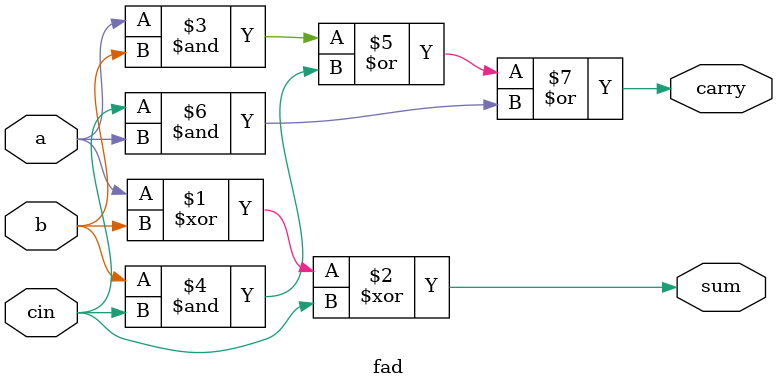
<source format=v>
module fad(a,b,cin,sum,carry);
input a,b,cin;
output sum,carry;
assign sum=a^b^cin;
assign carry=(a&b)|(b&cin)|(cin&a);
endmodule

</source>
